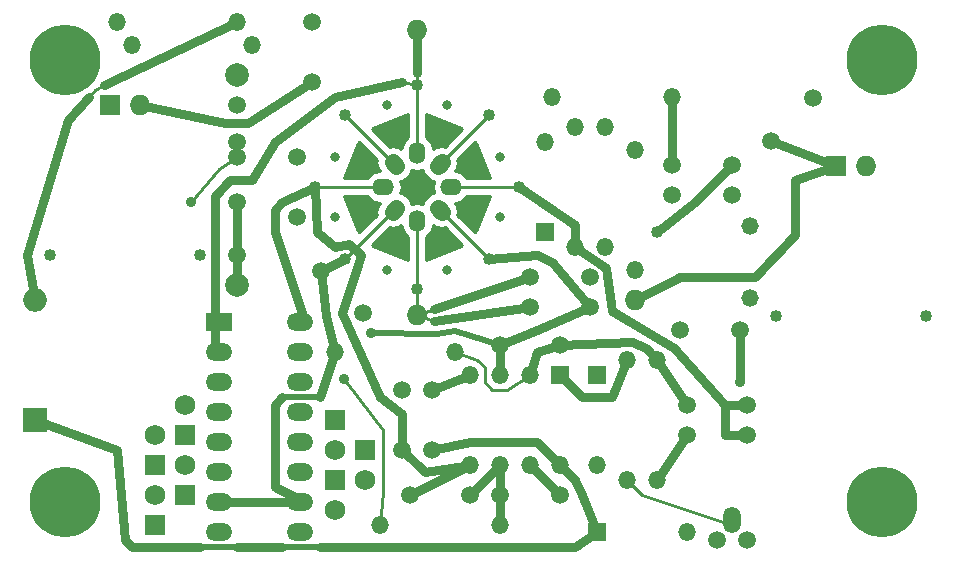
<source format=gbl>
G04 (created by PCBNEW (22-Jun-2014 BZR 4027)-stable) date Fri 29 Jun 2018 12:51:00 AM CDT*
%MOIN*%
G04 Gerber Fmt 3.4, Leading zero omitted, Abs format*
%FSLAX34Y34*%
G01*
G70*
G90*
G04 APERTURE LIST*
%ADD10C,0.00590551*%
%ADD11C,0.059*%
%ADD12O,0.059X0.0885*%
%ADD13O,0.059X0.059*%
%ADD14R,0.059X0.059*%
%ADD15C,0.23622*%
%ADD16O,0.069X0.069*%
%ADD17O,0.058X0.058*%
%ADD18C,0.056*%
%ADD19O,0.072X0.056*%
%ADD20O,0.056X0.072*%
%ADD21O,0.032X0.032*%
%ADD22R,0.069X0.069*%
%ADD23O,0.04X0.04*%
%ADD24R,0.079X0.079*%
%ADD25O,0.079X0.079*%
%ADD26C,0.069*%
%ADD27R,0.0885X0.059*%
%ADD28O,0.0885X0.059*%
%ADD29C,0.079*%
%ADD30C,0.035*%
%ADD31C,0.04*%
%ADD32C,0.03*%
%ADD33C,0.02*%
%ADD34C,0.01*%
G04 APERTURE END LIST*
G54D10*
G54D11*
X95750Y-44250D03*
G54D12*
X96250Y-43602D03*
G54D11*
X96750Y-44250D03*
G54D13*
X92750Y-38250D03*
X92750Y-42250D03*
X93750Y-42250D03*
X93750Y-38250D03*
X83000Y-38000D03*
X87000Y-38000D03*
X91000Y-30500D03*
X91000Y-34500D03*
X88500Y-43750D03*
X84500Y-43750D03*
G54D14*
X90500Y-38750D03*
G54D13*
X89500Y-38750D03*
X88500Y-38750D03*
X87500Y-38750D03*
X87500Y-41750D03*
X88500Y-41750D03*
X90500Y-41750D03*
X89500Y-41750D03*
G54D15*
X101250Y-28250D03*
G54D11*
X94750Y-40750D03*
X96750Y-40750D03*
X91500Y-36500D03*
X89500Y-36500D03*
X85250Y-41250D03*
X85250Y-39250D03*
X86250Y-41250D03*
X86250Y-39250D03*
X88500Y-42750D03*
X90500Y-42750D03*
X82542Y-35292D03*
X83957Y-36707D03*
X81750Y-31500D03*
X81750Y-33500D03*
X96750Y-39750D03*
X94750Y-39750D03*
X90500Y-37750D03*
X88500Y-37750D03*
X87500Y-42750D03*
X85500Y-42750D03*
G54D16*
X85750Y-36750D03*
G54D15*
X74000Y-43000D03*
G54D16*
X85750Y-27250D03*
G54D13*
X90250Y-29500D03*
X94250Y-29500D03*
X92000Y-30500D03*
X92000Y-34500D03*
X93000Y-31250D03*
X93000Y-35250D03*
G54D11*
X94250Y-31750D03*
X96250Y-31750D03*
X96250Y-32750D03*
X94250Y-32750D03*
X96500Y-37250D03*
X94500Y-37250D03*
G54D16*
X93000Y-36250D03*
G54D17*
X96850Y-33800D03*
X96850Y-36200D03*
G54D18*
X85042Y-31792D02*
X84929Y-31679D01*
X86570Y-31679D02*
X86457Y-31792D01*
G54D19*
X86890Y-32500D03*
G54D20*
X85750Y-31359D03*
G54D18*
X86570Y-33320D02*
X86457Y-33207D01*
G54D20*
X85750Y-33640D03*
G54D18*
X85042Y-33207D02*
X84929Y-33320D01*
G54D19*
X84609Y-32500D03*
G54D11*
X91500Y-35500D03*
X89500Y-35500D03*
G54D21*
X85750Y-32500D03*
X86500Y-30750D03*
X87500Y-31750D03*
X87500Y-33250D03*
X86500Y-34250D03*
X85000Y-34250D03*
X84000Y-33250D03*
X84000Y-31750D03*
X85000Y-30750D03*
G54D15*
X74000Y-28250D03*
X101250Y-43000D03*
G54D21*
X84750Y-29750D03*
X86750Y-29750D03*
X88500Y-31500D03*
X88500Y-33500D03*
X83000Y-31500D03*
X83000Y-33500D03*
X84750Y-35250D03*
X86750Y-35250D03*
G54D13*
X79750Y-27000D03*
X75750Y-27000D03*
X76250Y-27750D03*
X80250Y-27750D03*
G54D22*
X99696Y-31811D03*
G54D16*
X100696Y-31811D03*
G54D23*
X97696Y-36811D03*
X102696Y-36811D03*
G54D11*
X82250Y-27000D03*
X82250Y-29000D03*
G54D14*
X91750Y-44000D03*
G54D13*
X94750Y-44000D03*
G54D14*
X90000Y-34000D03*
G54D13*
X90000Y-31000D03*
G54D14*
X91750Y-38750D03*
G54D13*
X91750Y-41750D03*
G54D24*
X73000Y-40250D03*
G54D25*
X73000Y-36250D03*
G54D22*
X75500Y-29750D03*
G54D16*
X76500Y-29750D03*
G54D23*
X73500Y-34750D03*
X78500Y-34750D03*
G54D11*
X97542Y-30957D03*
X98957Y-29542D03*
G54D22*
X83000Y-40250D03*
G54D26*
X83000Y-41250D03*
G54D22*
X84000Y-41250D03*
G54D26*
X84000Y-42250D03*
G54D22*
X83000Y-42250D03*
G54D26*
X83000Y-43250D03*
G54D22*
X77000Y-41750D03*
G54D26*
X77000Y-40750D03*
G54D22*
X78000Y-42750D03*
G54D26*
X78000Y-41750D03*
G54D22*
X77000Y-43750D03*
G54D26*
X77000Y-42750D03*
G54D22*
X78000Y-40750D03*
G54D26*
X78000Y-39750D03*
G54D27*
X79147Y-37000D03*
G54D28*
X79147Y-38000D03*
X79147Y-39000D03*
X79147Y-40000D03*
X81852Y-42000D03*
X81852Y-41000D03*
X81852Y-40000D03*
X81852Y-39000D03*
X79147Y-41000D03*
X79147Y-42000D03*
X79147Y-43000D03*
X81852Y-43000D03*
X81852Y-44000D03*
X81852Y-38000D03*
X79147Y-44000D03*
X81852Y-37000D03*
G54D11*
X79750Y-31000D03*
X79750Y-33000D03*
X79750Y-31500D03*
X79750Y-34750D03*
X79750Y-29750D03*
G54D29*
X79750Y-35750D03*
X79750Y-28750D03*
G54D30*
X96500Y-39000D03*
G54D31*
X89150Y-32500D03*
X88150Y-30100D03*
G54D30*
X83300Y-38900D03*
X78200Y-33000D03*
G54D31*
X83350Y-30100D03*
X85750Y-29100D03*
X82350Y-32500D03*
G54D30*
X84200Y-37350D03*
G54D31*
X88150Y-34900D03*
X83350Y-34900D03*
X93750Y-34000D03*
X85750Y-35900D03*
G54D32*
X82500Y-44500D02*
X91000Y-44500D01*
X81250Y-44500D02*
X79750Y-44500D01*
X73000Y-40250D02*
X75750Y-41250D01*
X76250Y-44500D02*
X78500Y-44500D01*
X76000Y-44250D02*
X76250Y-44500D01*
X75750Y-41250D02*
X76000Y-44250D01*
G54D33*
X79750Y-44500D02*
X78500Y-44500D01*
X82500Y-44500D02*
X81250Y-44500D01*
G54D32*
X91000Y-44500D02*
X91750Y-44000D01*
X96500Y-39000D02*
X96500Y-37250D01*
X89500Y-41000D02*
X89750Y-41000D01*
X87500Y-41000D02*
X89500Y-41000D01*
X86250Y-41250D02*
X87500Y-41000D01*
X89750Y-41000D02*
X90500Y-41750D01*
X90500Y-41750D02*
X91000Y-42250D01*
X91750Y-44000D02*
X91750Y-44000D01*
X91250Y-42750D02*
X91750Y-44000D01*
X91000Y-42250D02*
X91250Y-42750D01*
X91750Y-44000D02*
X91750Y-44000D01*
X96000Y-39750D02*
X94300Y-37850D01*
X92050Y-35200D02*
X92250Y-36642D01*
X92050Y-35200D02*
X91000Y-34500D01*
X91000Y-34500D02*
X91000Y-33750D01*
X94300Y-37850D02*
X92250Y-36642D01*
X96000Y-40750D02*
X96750Y-40750D01*
X96000Y-40750D02*
X96000Y-39750D01*
X96000Y-39750D02*
X96750Y-39750D01*
X91000Y-33750D02*
X91000Y-33750D01*
X91000Y-33750D02*
X91000Y-34500D01*
X91000Y-34500D02*
X91000Y-34500D01*
X91000Y-34500D02*
X91000Y-34500D01*
X91000Y-34500D02*
X91000Y-34500D01*
G54D34*
X86739Y-32500D02*
X89150Y-32500D01*
G54D32*
X89150Y-32500D02*
X91000Y-33750D01*
X91000Y-33750D02*
X91000Y-33750D01*
X91000Y-33750D02*
X91000Y-33750D01*
G54D34*
X89250Y-32500D02*
X89150Y-32500D01*
G54D32*
X90500Y-42750D02*
X89500Y-41750D01*
X93750Y-42250D02*
X94750Y-40750D01*
X90500Y-38750D02*
X91250Y-39500D01*
X92250Y-39500D02*
X92750Y-38250D01*
X91250Y-39500D02*
X92250Y-39500D01*
G54D34*
X92750Y-42250D02*
X93250Y-42750D01*
X93250Y-42750D02*
X96250Y-43750D01*
X86457Y-31792D02*
X88150Y-30100D01*
X84600Y-42650D02*
X84600Y-40600D01*
X84600Y-40600D02*
X83300Y-38900D01*
X84500Y-43750D02*
X84600Y-42650D01*
X79150Y-31900D02*
X79750Y-31500D01*
X78200Y-33000D02*
X79150Y-31900D01*
X85042Y-31792D02*
X83350Y-30100D01*
X83350Y-30100D02*
X83400Y-30100D01*
G54D32*
X90500Y-37750D02*
X92900Y-37650D01*
X93375Y-37875D02*
X93750Y-38250D01*
X92900Y-37650D02*
X93375Y-37875D01*
X93750Y-38250D02*
X94750Y-39750D01*
G54D34*
X87000Y-38000D02*
X87750Y-38250D01*
X88750Y-39250D02*
X89500Y-38750D01*
X88250Y-39250D02*
X88750Y-39250D01*
X88000Y-39000D02*
X88250Y-39250D01*
X88000Y-38500D02*
X88000Y-39000D01*
X87750Y-38250D02*
X88000Y-38500D01*
G54D32*
X89500Y-38750D02*
X89750Y-38000D01*
X89750Y-38000D02*
X90500Y-37750D01*
X88500Y-42750D02*
X88500Y-43750D01*
X88500Y-41750D02*
X87500Y-42750D01*
X88500Y-41750D02*
X88500Y-42750D01*
X74800Y-29500D02*
X74100Y-30250D01*
X74100Y-30250D02*
X72750Y-34750D01*
G54D34*
X75000Y-29250D02*
X74800Y-29500D01*
G54D32*
X79750Y-27000D02*
X75300Y-29100D01*
G54D34*
X75300Y-29100D02*
X75000Y-29250D01*
G54D32*
X72750Y-34750D02*
X73000Y-36250D01*
X94250Y-29500D02*
X94250Y-31750D01*
X79000Y-37000D02*
X79000Y-38000D01*
X85250Y-29000D02*
X83000Y-29500D01*
G54D34*
X85750Y-29100D02*
X85250Y-29000D01*
G54D32*
X79000Y-34600D02*
X79000Y-37000D01*
X79000Y-32800D02*
X79000Y-34600D01*
X79500Y-32250D02*
X79000Y-32800D01*
X80250Y-32250D02*
X79500Y-32250D01*
X81000Y-31000D02*
X80250Y-32250D01*
X83000Y-29500D02*
X81000Y-31000D01*
X85750Y-28700D02*
X85750Y-27250D01*
G54D34*
X85750Y-31510D02*
X85750Y-29100D01*
X85750Y-29100D02*
X85750Y-28700D01*
G54D32*
X82000Y-37000D02*
X81000Y-34000D01*
X81250Y-33000D02*
X82350Y-32500D01*
X81000Y-33250D02*
X81250Y-33000D01*
X81000Y-34000D02*
X81000Y-33250D01*
X84500Y-39500D02*
X85250Y-40050D01*
X85250Y-40050D02*
X85250Y-41250D01*
X82350Y-32500D02*
X82422Y-34003D01*
X82422Y-34003D02*
X83000Y-34500D01*
X83000Y-34500D02*
X83464Y-34393D01*
X83464Y-34393D02*
X83879Y-34759D01*
G54D34*
X84760Y-32500D02*
X82350Y-32500D01*
G54D32*
X83744Y-35209D02*
X83250Y-36700D01*
X83879Y-34759D02*
X83744Y-35209D01*
X83250Y-36700D02*
X84500Y-39500D01*
X87500Y-41750D02*
X86000Y-42000D01*
X86000Y-42000D02*
X85250Y-41250D01*
X87500Y-41750D02*
X85500Y-42750D01*
G54D33*
X87000Y-37300D02*
X88500Y-37750D01*
X86400Y-37400D02*
X87000Y-37300D01*
X84200Y-37350D02*
X86400Y-37400D01*
G54D34*
X86457Y-33207D02*
X88150Y-34900D01*
G54D32*
X89750Y-34750D02*
X90250Y-35000D01*
X90250Y-35000D02*
X91500Y-36500D01*
X88150Y-34900D02*
X89750Y-34750D01*
X89750Y-34750D02*
X89750Y-34750D01*
X89750Y-34750D02*
X89750Y-34750D01*
X88500Y-37750D02*
X89750Y-37250D01*
X89750Y-37250D02*
X91500Y-36500D01*
X88500Y-38750D02*
X88500Y-37750D01*
G54D34*
X88150Y-34900D02*
X88250Y-35000D01*
G54D32*
X81250Y-39500D02*
X81000Y-39750D01*
X83000Y-38000D02*
X82500Y-39500D01*
G54D33*
X81250Y-39500D02*
X82500Y-39500D01*
G54D32*
X81000Y-42500D02*
X82000Y-43000D01*
X81000Y-39750D02*
X81000Y-42500D01*
X82542Y-35292D02*
X82700Y-36800D01*
X82700Y-36800D02*
X83000Y-38000D01*
X82542Y-35292D02*
X83350Y-34900D01*
G54D34*
X83350Y-34900D02*
X85042Y-33207D01*
G54D32*
X79000Y-43000D02*
X82000Y-43000D01*
X82250Y-29000D02*
X80100Y-30350D01*
X79350Y-30350D02*
X76500Y-29750D01*
X80100Y-30350D02*
X79350Y-30350D01*
X79750Y-34750D02*
X79750Y-35750D01*
X79750Y-33000D02*
X79750Y-34750D01*
X95000Y-33000D02*
X96250Y-31750D01*
X95000Y-33000D02*
X93750Y-34000D01*
X93750Y-34000D02*
X93750Y-34000D01*
G54D34*
X85750Y-36750D02*
X85750Y-35900D01*
X85750Y-35900D02*
X85750Y-33489D01*
X85750Y-36750D02*
X86300Y-36950D01*
G54D32*
X86300Y-36950D02*
X89500Y-36500D01*
G54D34*
X85750Y-36750D02*
X86300Y-36550D01*
G54D32*
X86300Y-36550D02*
X89500Y-35500D01*
X86250Y-39250D02*
X86250Y-39250D01*
X86250Y-39250D02*
X87500Y-38750D01*
G54D34*
X86250Y-39250D02*
X87500Y-38750D01*
G54D32*
X99696Y-31811D02*
X97542Y-30957D01*
X93000Y-36250D02*
X94500Y-35500D01*
X99696Y-31811D02*
X99696Y-31811D01*
X98350Y-32250D02*
X99696Y-31811D01*
X98350Y-34100D02*
X98350Y-32250D01*
X97000Y-35500D02*
X98350Y-34100D01*
X94500Y-35500D02*
X97000Y-35500D01*
G54D10*
G36*
X84498Y-31973D02*
X84314Y-32010D01*
X84142Y-32125D01*
X84092Y-32200D01*
X83323Y-32200D01*
X83792Y-31028D01*
X83823Y-30997D01*
X84408Y-31583D01*
X84391Y-31671D01*
X84431Y-31874D01*
X84498Y-31973D01*
X84498Y-31973D01*
G37*
G54D34*
X84498Y-31973D02*
X84314Y-32010D01*
X84142Y-32125D01*
X84092Y-32200D01*
X83323Y-32200D01*
X83792Y-31028D01*
X83823Y-30997D01*
X84408Y-31583D01*
X84391Y-31671D01*
X84431Y-31874D01*
X84498Y-31973D01*
G54D10*
G36*
X84498Y-33026D02*
X84431Y-33125D01*
X84391Y-33328D01*
X84408Y-33416D01*
X83823Y-34002D01*
X83792Y-33971D01*
X83323Y-32800D01*
X84092Y-32800D01*
X84142Y-32874D01*
X84314Y-32989D01*
X84498Y-33026D01*
X84498Y-33026D01*
G37*
G54D34*
X84498Y-33026D02*
X84431Y-33125D01*
X84391Y-33328D01*
X84408Y-33416D01*
X83823Y-34002D01*
X83792Y-33971D01*
X83323Y-32800D01*
X84092Y-32800D01*
X84142Y-32874D01*
X84314Y-32989D01*
X84498Y-33026D01*
G54D10*
G36*
X85450Y-30842D02*
X85375Y-30892D01*
X85260Y-31064D01*
X85223Y-31248D01*
X85124Y-31181D01*
X84921Y-31141D01*
X84833Y-31158D01*
X84247Y-30573D01*
X84278Y-30542D01*
X85450Y-30073D01*
X85450Y-30842D01*
X85450Y-30842D01*
G37*
G54D34*
X85450Y-30842D02*
X85375Y-30892D01*
X85260Y-31064D01*
X85223Y-31248D01*
X85124Y-31181D01*
X84921Y-31141D01*
X84833Y-31158D01*
X84247Y-30573D01*
X84278Y-30542D01*
X85450Y-30073D01*
X85450Y-30842D01*
G54D10*
G36*
X85450Y-34926D02*
X84278Y-34457D01*
X84247Y-34426D01*
X84833Y-33841D01*
X84921Y-33858D01*
X85124Y-33818D01*
X85223Y-33751D01*
X85260Y-33935D01*
X85375Y-34107D01*
X85450Y-34157D01*
X85450Y-34926D01*
X85450Y-34926D01*
G37*
G54D34*
X85450Y-34926D02*
X84278Y-34457D01*
X84247Y-34426D01*
X84833Y-33841D01*
X84921Y-33858D01*
X85124Y-33818D01*
X85223Y-33751D01*
X85260Y-33935D01*
X85375Y-34107D01*
X85450Y-34157D01*
X85450Y-34926D01*
G54D10*
G36*
X86307Y-32696D02*
X86245Y-32709D01*
X86073Y-32823D01*
X85959Y-32995D01*
X85946Y-33057D01*
X85750Y-33018D01*
X85553Y-33057D01*
X85541Y-32995D01*
X85426Y-32823D01*
X85254Y-32709D01*
X85192Y-32696D01*
X85231Y-32500D01*
X85192Y-32303D01*
X85254Y-32291D01*
X85426Y-32176D01*
X85541Y-32004D01*
X85553Y-31942D01*
X85750Y-31981D01*
X85946Y-31942D01*
X85959Y-32004D01*
X86073Y-32176D01*
X86245Y-32291D01*
X86307Y-32303D01*
X86268Y-32500D01*
X86307Y-32696D01*
X86307Y-32696D01*
G37*
G54D34*
X86307Y-32696D02*
X86245Y-32709D01*
X86073Y-32823D01*
X85959Y-32995D01*
X85946Y-33057D01*
X85750Y-33018D01*
X85553Y-33057D01*
X85541Y-32995D01*
X85426Y-32823D01*
X85254Y-32709D01*
X85192Y-32696D01*
X85231Y-32500D01*
X85192Y-32303D01*
X85254Y-32291D01*
X85426Y-32176D01*
X85541Y-32004D01*
X85553Y-31942D01*
X85750Y-31981D01*
X85946Y-31942D01*
X85959Y-32004D01*
X86073Y-32176D01*
X86245Y-32291D01*
X86307Y-32303D01*
X86268Y-32500D01*
X86307Y-32696D01*
G54D10*
G36*
X87252Y-30573D02*
X86666Y-31158D01*
X86578Y-31141D01*
X86375Y-31181D01*
X86276Y-31248D01*
X86239Y-31064D01*
X86124Y-30892D01*
X86050Y-30842D01*
X86050Y-30073D01*
X87221Y-30542D01*
X87252Y-30573D01*
X87252Y-30573D01*
G37*
G54D34*
X87252Y-30573D02*
X86666Y-31158D01*
X86578Y-31141D01*
X86375Y-31181D01*
X86276Y-31248D01*
X86239Y-31064D01*
X86124Y-30892D01*
X86050Y-30842D01*
X86050Y-30073D01*
X87221Y-30542D01*
X87252Y-30573D01*
G54D10*
G36*
X87252Y-34426D02*
X87221Y-34457D01*
X86050Y-34926D01*
X86050Y-34157D01*
X86124Y-34107D01*
X86239Y-33935D01*
X86276Y-33751D01*
X86375Y-33818D01*
X86578Y-33858D01*
X86666Y-33841D01*
X87252Y-34426D01*
X87252Y-34426D01*
G37*
G54D34*
X87252Y-34426D02*
X87221Y-34457D01*
X86050Y-34926D01*
X86050Y-34157D01*
X86124Y-34107D01*
X86239Y-33935D01*
X86276Y-33751D01*
X86375Y-33818D01*
X86578Y-33858D01*
X86666Y-33841D01*
X87252Y-34426D01*
G54D10*
G36*
X88176Y-32200D02*
X87407Y-32200D01*
X87357Y-32125D01*
X87185Y-32010D01*
X87001Y-31973D01*
X87068Y-31874D01*
X87108Y-31671D01*
X87091Y-31583D01*
X87676Y-30997D01*
X87707Y-31028D01*
X88176Y-32200D01*
X88176Y-32200D01*
G37*
G54D34*
X88176Y-32200D02*
X87407Y-32200D01*
X87357Y-32125D01*
X87185Y-32010D01*
X87001Y-31973D01*
X87068Y-31874D01*
X87108Y-31671D01*
X87091Y-31583D01*
X87676Y-30997D01*
X87707Y-31028D01*
X88176Y-32200D01*
G54D10*
G36*
X88176Y-32800D02*
X87707Y-33971D01*
X87676Y-34002D01*
X87091Y-33416D01*
X87108Y-33328D01*
X87068Y-33125D01*
X87001Y-33026D01*
X87185Y-32989D01*
X87357Y-32874D01*
X87407Y-32800D01*
X88176Y-32800D01*
X88176Y-32800D01*
G37*
G54D34*
X88176Y-32800D02*
X87707Y-33971D01*
X87676Y-34002D01*
X87091Y-33416D01*
X87108Y-33328D01*
X87068Y-33125D01*
X87001Y-33026D01*
X87185Y-32989D01*
X87357Y-32874D01*
X87407Y-32800D01*
X88176Y-32800D01*
M02*

</source>
